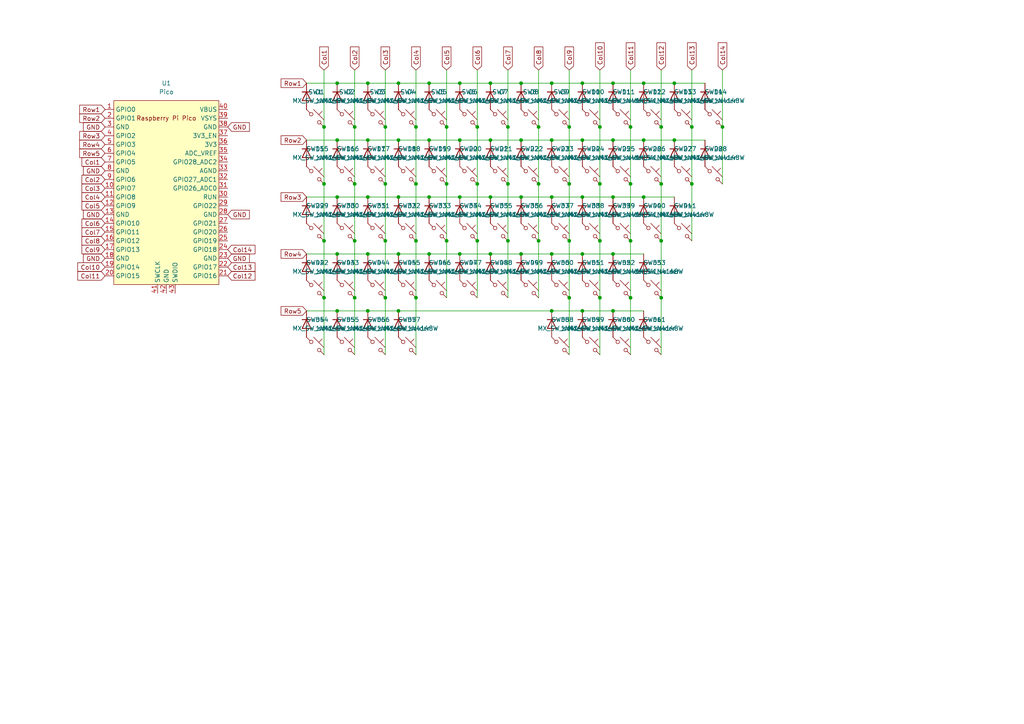
<source format=kicad_sch>
(kicad_sch (version 20211123) (generator eeschema)
  (paper "A4")
  (lib_symbols
    (symbol "Diode:1N4148W" (pin_numbers hide) (pin_names hide)
      (property "Reference" "D" (at 0 2.54 0))
      (property "Value" "1N4148W" (at 0 -2.54 0))
      (symbol "1N4148W_1_1"
        (pin passive line (at -3.81 0 0) (length 2.54) (name "K") (number "1"))
        (pin passive line (at 3.81 0 180) (length 2.54) (name "A") (number "2"))
      )
    )
    (symbol "MCU_RaspberryPi_and_Boards:Pico"
      (property "Reference" "U" (at -13.97 27.94 0))
      (property "Value" "Pico" (at 0 19.05 0))
      (symbol "Pico_0_0"
        (text "Raspberry Pi Pico" (at 0 21.59 0) (effects (font (size 1.27 1.27))))
      )
      (symbol "Pico_1_1"
        (pin bidirectional line (at -17.78 24.13 0) (length 2.54) (name "GPIO0") (number "1"))
        (pin bidirectional line (at -17.78 1.27 0) (length 2.54) (name "GPIO7") (number "10"))
        (pin bidirectional line (at -17.78 -1.27 0) (length 2.54) (name "GPIO8") (number "11"))
        (pin bidirectional line (at -17.78 -3.81 0) (length 2.54) (name "GPIO9") (number "12"))
        (pin power_in line (at -17.78 -6.35 0) (length 2.54) (name "GND") (number "13"))
        (pin bidirectional line (at -17.78 -8.89 0) (length 2.54) (name "GPIO10") (number "14"))
        (pin bidirectional line (at -17.78 -11.43 0) (length 2.54) (name "GPIO11") (number "15"))
        (pin bidirectional line (at -17.78 -13.97 0) (length 2.54) (name "GPIO12") (number "16"))
        (pin bidirectional line (at -17.78 -16.51 0) (length 2.54) (name "GPIO13") (number "17"))
        (pin power_in line (at -17.78 -19.05 0) (length 2.54) (name "GND") (number "18"))
        (pin bidirectional line (at -17.78 -21.59 0) (length 2.54) (name "GPIO14") (number "19"))
        (pin bidirectional line (at -17.78 21.59 0) (length 2.54) (name "GPIO1") (number "2"))
        (pin bidirectional line (at -17.78 -24.13 0) (length 2.54) (name "GPIO15") (number "20"))
        (pin bidirectional line (at 17.78 -24.13 180) (length 2.54) (name "GPIO16") (number "21"))
        (pin bidirectional line (at 17.78 -21.59 180) (length 2.54) (name "GPIO17") (number "22"))
        (pin power_in line (at 17.78 -19.05 180) (length 2.54) (name "GND") (number "23"))
        (pin bidirectional line (at 17.78 -16.51 180) (length 2.54) (name "GPIO18") (number "24"))
        (pin bidirectional line (at 17.78 -13.97 180) (length 2.54) (name "GPIO19") (number "25"))
        (pin bidirectional line (at 17.78 -11.43 180) (length 2.54) (name "GPIO20") (number "26"))
        (pin bidirectional line (at 17.78 -8.89 180) (length 2.54) (name "GPIO21") (number "27"))
        (pin power_in line (at 17.78 -6.35 180) (length 2.54) (name "GND") (number "28"))
        (pin bidirectional line (at 17.78 -3.81 180) (length 2.54) (name "GPIO22") (number "29"))
        (pin power_in line (at -17.78 19.05 0) (length 2.54) (name "GND") (number "3"))
        (pin input line (at 17.78 -1.27 180) (length 2.54) (name "RUN") (number "30"))
        (pin bidirectional line (at 17.78 1.27 180) (length 2.54) (name "GPIO26_ADC0") (number "31"))
        (pin bidirectional line (at 17.78 3.81 180) (length 2.54) (name "GPIO27_ADC1") (number "32"))
        (pin power_in line (at 17.78 6.35 180) (length 2.54) (name "AGND") (number "33"))
        (pin bidirectional line (at 17.78 8.89 180) (length 2.54) (name "GPIO28_ADC2") (number "34"))
        (pin power_in line (at 17.78 11.43 180) (length 2.54) (name "ADC_VREF") (number "35"))
        (pin power_in line (at 17.78 13.97 180) (length 2.54) (name "3V3") (number "36"))
        (pin input line (at 17.78 16.51 180) (length 2.54) (name "3V3_EN") (number "37"))
        (pin bidirectional line (at 17.78 19.05 180) (length 2.54) (name "GND") (number "38"))
        (pin power_in line (at 17.78 21.59 180) (length 2.54) (name "VSYS") (number "39"))
        (pin bidirectional line (at -17.78 16.51 0) (length 2.54) (name "GPIO2") (number "4"))
        (pin power_in line (at 17.78 24.13 180) (length 2.54) (name "VBUS") (number "40"))
        (pin input line (at -2.54 -29.21 90) (length 2.54) (name "SWCLK") (number "41"))
        (pin power_in line (at 0 -29.21 90) (length 2.54) (name "GND") (number "42"))
        (pin bidirectional line (at 2.54 -29.21 90) (length 2.54) (name "SWDIO") (number "43"))
        (pin bidirectional line (at -17.78 13.97 0) (length 2.54) (name "GPIO3") (number "5"))
        (pin bidirectional line (at -17.78 11.43 0) (length 2.54) (name "GPIO4") (number "6"))
        (pin bidirectional line (at -17.78 8.89 0) (length 2.54) (name "GPIO5") (number "7"))
        (pin power_in line (at -17.78 6.35 0) (length 2.54) (name "GND") (number "8"))
        (pin bidirectional line (at -17.78 3.81 0) (length 2.54) (name "GPIO6") (number "9"))
      )
    )
    (symbol "marbastlib-mx:MX_SW_solder" (pin_numbers hide) (pin_names (offset 1.016) hide)
      (property "Reference" "SW" (at 3.048 1.016 0))
      (property "Value" "MX_SW_solder" (at 0 -3.81 0))
      (symbol "MX_SW_solder_0_1"
        (pin passive line (at -2.54 2.54 0) (length 0) (name "1") (number "1"))
        (pin passive line (at 2.54 -2.54 180) (length 0) (name "2") (number "2"))
      )
    )
  )
  (junction (at 102.87 53.34))
  (junction (at 120.65 86.36))
  (junction (at 142.24 40.64))
  (junction (at 129.54 69.85))
  (junction (at 138.43 69.85))
  (junction (at 195.58 40.64))
  (junction (at 165.1 69.85))
  (junction (at 209.55 36.83))
  (junction (at 133.35 57.15))
  (junction (at 151.13 40.64))
  (junction (at 165.1 53.34))
  (junction (at 165.1 36.83))
  (junction (at 156.21 69.85))
  (junction (at 191.77 86.36))
  (junction (at 115.57 24.13))
  (junction (at 156.21 36.83))
  (junction (at 124.46 73.66))
  (junction (at 111.76 86.36))
  (junction (at 151.13 57.15))
  (junction (at 106.68 90.17))
  (junction (at 97.79 90.17))
  (junction (at 182.88 69.85))
  (junction (at 138.43 53.34))
  (junction (at 97.79 57.15))
  (junction (at 129.54 53.34))
  (junction (at 168.91 24.13))
  (junction (at 102.87 36.83))
  (junction (at 173.99 69.85))
  (junction (at 133.35 73.66))
  (junction (at 97.79 73.66))
  (junction (at 147.32 69.85))
  (junction (at 168.91 40.64))
  (junction (at 151.13 73.66))
  (junction (at 133.35 24.13))
  (junction (at 165.1 86.36))
  (junction (at 186.69 40.64))
  (junction (at 93.98 36.83))
  (junction (at 156.21 53.34))
  (junction (at 120.65 36.83))
  (junction (at 147.32 36.83))
  (junction (at 124.46 24.13))
  (junction (at 133.35 40.64))
  (junction (at 177.8 73.66))
  (junction (at 191.77 53.34))
  (junction (at 173.99 36.83))
  (junction (at 93.98 86.36))
  (junction (at 106.68 57.15))
  (junction (at 177.8 40.64))
  (junction (at 200.66 53.34))
  (junction (at 186.69 24.13))
  (junction (at 124.46 57.15))
  (junction (at 142.24 24.13))
  (junction (at 142.24 73.66))
  (junction (at 102.87 69.85))
  (junction (at 177.8 57.15))
  (junction (at 111.76 36.83))
  (junction (at 120.65 53.34))
  (junction (at 115.57 40.64))
  (junction (at 102.87 86.36))
  (junction (at 160.02 90.17))
  (junction (at 168.91 57.15))
  (junction (at 168.91 73.66))
  (junction (at 160.02 57.15))
  (junction (at 182.88 36.83))
  (junction (at 151.13 24.13))
  (junction (at 142.24 57.15))
  (junction (at 93.98 53.34))
  (junction (at 200.66 36.83))
  (junction (at 106.68 40.64))
  (junction (at 173.99 53.34))
  (junction (at 182.88 86.36))
  (junction (at 97.79 40.64))
  (junction (at 195.58 24.13))
  (junction (at 168.91 90.17))
  (junction (at 111.76 53.34))
  (junction (at 129.54 36.83))
  (junction (at 147.32 53.34))
  (junction (at 177.8 24.13))
  (junction (at 115.57 73.66))
  (junction (at 124.46 40.64))
  (junction (at 115.57 90.17))
  (junction (at 182.88 53.34))
  (junction (at 177.8 90.17))
  (junction (at 191.77 69.85))
  (junction (at 160.02 73.66))
  (junction (at 160.02 24.13))
  (junction (at 106.68 24.13))
  (junction (at 173.99 86.36))
  (junction (at 138.43 36.83))
  (junction (at 111.76 69.85))
  (junction (at 115.57 57.15))
  (junction (at 93.98 69.85))
  (junction (at 106.68 73.66))
  (junction (at 120.65 69.85))
  (junction (at 191.77 36.83))
  (junction (at 97.79 24.13))
  (junction (at 186.69 57.15))
  (junction (at 160.02 40.64))
  (wire (pts (xy 124.46 73.66) (xy 133.35 73.66)))
  (wire (pts (xy 88.9 24.13) (xy 97.79 24.13)))
  (wire (pts (xy 106.68 40.64) (xy 115.57 40.64)))
  (wire (pts (xy 93.98 20.32) (xy 93.98 36.83)))
  (wire (pts (xy 97.79 24.13) (xy 106.68 24.13)))
  (wire (pts (xy 182.88 69.85) (xy 182.88 86.36)))
  (wire (pts (xy 165.1 36.83) (xy 165.1 53.34)))
  (wire (pts (xy 147.32 69.85) (xy 147.32 86.36)))
  (wire (pts (xy 173.99 53.34) (xy 173.99 69.85)))
  (wire (pts (xy 138.43 69.85) (xy 138.43 86.36)))
  (wire (pts (xy 156.21 53.34) (xy 156.21 69.85)))
  (wire (pts (xy 151.13 57.15) (xy 160.02 57.15)))
  (wire (pts (xy 177.8 90.17) (xy 186.69 90.17)))
  (wire (pts (xy 88.9 73.66) (xy 97.79 73.66)))
  (wire (pts (xy 129.54 53.34) (xy 129.54 69.85)))
  (wire (pts (xy 88.9 40.64) (xy 97.79 40.64)))
  (wire (pts (xy 173.99 69.85) (xy 173.99 86.36)))
  (wire (pts (xy 138.43 53.34) (xy 138.43 69.85)))
  (wire (pts (xy 156.21 20.32) (xy 156.21 36.83)))
  (wire (pts (xy 186.69 40.64) (xy 195.58 40.64)))
  (wire (pts (xy 191.77 53.34) (xy 191.77 69.85)))
  (wire (pts (xy 129.54 36.83) (xy 129.54 53.34)))
  (wire (pts (xy 133.35 24.13) (xy 142.24 24.13)))
  (wire (pts (xy 138.43 20.32) (xy 138.43 36.83)))
  (wire (pts (xy 147.32 36.83) (xy 147.32 53.34)))
  (wire (pts (xy 142.24 57.15) (xy 151.13 57.15)))
  (wire (pts (xy 93.98 69.85) (xy 93.98 86.36)))
  (wire (pts (xy 102.87 69.85) (xy 102.87 86.36)))
  (wire (pts (xy 120.65 69.85) (xy 120.65 86.36)))
  (wire (pts (xy 182.88 20.32) (xy 182.88 36.83)))
  (wire (pts (xy 168.91 90.17) (xy 177.8 90.17)))
  (wire (pts (xy 111.76 86.36) (xy 111.76 102.87)))
  (wire (pts (xy 165.1 53.34) (xy 165.1 69.85)))
  (wire (pts (xy 115.57 57.15) (xy 124.46 57.15)))
  (wire (pts (xy 195.58 24.13) (xy 204.47 24.13)))
  (wire (pts (xy 186.69 57.15) (xy 195.58 57.15)))
  (wire (pts (xy 97.79 57.15) (xy 106.68 57.15)))
  (wire (pts (xy 120.65 20.32) (xy 120.65 36.83)))
  (wire (pts (xy 106.68 73.66) (xy 115.57 73.66)))
  (wire (pts (xy 160.02 73.66) (xy 168.91 73.66)))
  (wire (pts (xy 115.57 90.17) (xy 160.02 90.17)))
  (wire (pts (xy 168.91 24.13) (xy 177.8 24.13)))
  (wire (pts (xy 124.46 40.64) (xy 133.35 40.64)))
  (wire (pts (xy 200.66 20.32) (xy 200.66 36.83)))
  (wire (pts (xy 209.55 20.32) (xy 209.55 36.83)))
  (wire (pts (xy 120.65 86.36) (xy 120.65 102.87)))
  (wire (pts (xy 88.9 90.17) (xy 97.79 90.17)))
  (wire (pts (xy 160.02 57.15) (xy 168.91 57.15)))
  (wire (pts (xy 186.69 24.13) (xy 195.58 24.13)))
  (wire (pts (xy 165.1 20.32) (xy 165.1 36.83)))
  (wire (pts (xy 93.98 86.36) (xy 93.98 102.87)))
  (wire (pts (xy 115.57 24.13) (xy 124.46 24.13)))
  (wire (pts (xy 106.68 24.13) (xy 115.57 24.13)))
  (wire (pts (xy 156.21 69.85) (xy 156.21 86.36)))
  (wire (pts (xy 209.55 36.83) (xy 209.55 53.34)))
  (wire (pts (xy 111.76 36.83) (xy 111.76 53.34)))
  (wire (pts (xy 106.68 57.15) (xy 115.57 57.15)))
  (wire (pts (xy 151.13 40.64) (xy 160.02 40.64)))
  (wire (pts (xy 120.65 53.34) (xy 120.65 69.85)))
  (wire (pts (xy 173.99 86.36) (xy 173.99 102.87)))
  (wire (pts (xy 129.54 69.85) (xy 129.54 86.36)))
  (wire (pts (xy 182.88 36.83) (xy 182.88 53.34)))
  (wire (pts (xy 133.35 57.15) (xy 142.24 57.15)))
  (wire (pts (xy 191.77 69.85) (xy 191.77 86.36)))
  (wire (pts (xy 151.13 73.66) (xy 160.02 73.66)))
  (wire (pts (xy 97.79 40.64) (xy 106.68 40.64)))
  (wire (pts (xy 111.76 53.34) (xy 111.76 69.85)))
  (wire (pts (xy 200.66 53.34) (xy 200.66 69.85)))
  (wire (pts (xy 182.88 53.34) (xy 182.88 69.85)))
  (wire (pts (xy 102.87 53.34) (xy 102.87 69.85)))
  (wire (pts (xy 142.24 40.64) (xy 151.13 40.64)))
  (wire (pts (xy 93.98 36.83) (xy 93.98 53.34)))
  (wire (pts (xy 106.68 90.17) (xy 115.57 90.17)))
  (wire (pts (xy 191.77 36.83) (xy 191.77 53.34)))
  (wire (pts (xy 177.8 24.13) (xy 186.69 24.13)))
  (wire (pts (xy 124.46 57.15) (xy 133.35 57.15)))
  (wire (pts (xy 168.91 57.15) (xy 177.8 57.15)))
  (wire (pts (xy 102.87 20.32) (xy 102.87 36.83)))
  (wire (pts (xy 160.02 24.13) (xy 168.91 24.13)))
  (wire (pts (xy 102.87 86.36) (xy 102.87 102.87)))
  (wire (pts (xy 133.35 40.64) (xy 142.24 40.64)))
  (wire (pts (xy 147.32 53.34) (xy 147.32 69.85)))
  (wire (pts (xy 147.32 20.32) (xy 147.32 36.83)))
  (wire (pts (xy 173.99 20.32) (xy 173.99 36.83)))
  (wire (pts (xy 177.8 57.15) (xy 186.69 57.15)))
  (wire (pts (xy 97.79 73.66) (xy 106.68 73.66)))
  (wire (pts (xy 195.58 40.64) (xy 204.47 40.64)))
  (wire (pts (xy 88.9 57.15) (xy 97.79 57.15)))
  (wire (pts (xy 138.43 36.83) (xy 138.43 53.34)))
  (wire (pts (xy 142.24 24.13) (xy 151.13 24.13)))
  (wire (pts (xy 160.02 90.17) (xy 168.91 90.17)))
  (wire (pts (xy 165.1 86.36) (xy 165.1 102.87)))
  (wire (pts (xy 124.46 24.13) (xy 133.35 24.13)))
  (wire (pts (xy 182.88 86.36) (xy 182.88 102.87)))
  (wire (pts (xy 165.1 69.85) (xy 165.1 86.36)))
  (wire (pts (xy 160.02 40.64) (xy 168.91 40.64)))
  (wire (pts (xy 120.65 36.83) (xy 120.65 53.34)))
  (wire (pts (xy 168.91 73.66) (xy 177.8 73.66)))
  (wire (pts (xy 168.91 40.64) (xy 177.8 40.64)))
  (wire (pts (xy 177.8 73.66) (xy 186.69 73.66)))
  (wire (pts (xy 151.13 24.13) (xy 160.02 24.13)))
  (wire (pts (xy 97.79 90.17) (xy 106.68 90.17)))
  (wire (pts (xy 156.21 36.83) (xy 156.21 53.34)))
  (wire (pts (xy 115.57 73.66) (xy 124.46 73.66)))
  (wire (pts (xy 191.77 20.32) (xy 191.77 36.83)))
  (wire (pts (xy 191.77 86.36) (xy 191.77 102.87)))
  (wire (pts (xy 102.87 36.83) (xy 102.87 53.34)))
  (wire (pts (xy 173.99 36.83) (xy 173.99 53.34)))
  (wire (pts (xy 133.35 73.66) (xy 142.24 73.66)))
  (wire (pts (xy 93.98 53.34) (xy 93.98 69.85)))
  (wire (pts (xy 142.24 73.66) (xy 151.13 73.66)))
  (wire (pts (xy 200.66 36.83) (xy 200.66 53.34)))
  (wire (pts (xy 111.76 69.85) (xy 111.76 86.36)))
  (wire (pts (xy 115.57 40.64) (xy 124.46 40.64)))
  (wire (pts (xy 177.8 40.64) (xy 186.69 40.64)))
  (wire (pts (xy 111.76 20.32) (xy 111.76 36.83)))
  (wire (pts (xy 129.54 20.32) (xy 129.54 36.83)))
  (global_label "GND" (shape input) (at 66.04 74.93 0) (property "Intersheet References" "${INTERSHEET_REFS}" (effects hide)))
  (global_label "Col1" (shape input) (at 93.98 20.32 90) (property "Intersheet References" "${INTERSHEET_REFS}" (effects hide)))
  (global_label "Row1" (shape input) (at 88.9 24.13 180) (property "Intersheet References" "${INTERSHEET_REFS}" (effects hide)))
  (global_label "Col12" (shape input) (at 66.04 80.01 0) (property "Intersheet References" "${INTERSHEET_REFS}" (effects hide)))
  (global_label "GND" (shape input) (at 30.48 36.83 180) (property "Intersheet References" "${INTERSHEET_REFS}" (effects hide)))
  (global_label "Row4" (shape input) (at 88.9 73.66 180) (property "Intersheet References" "${INTERSHEET_REFS}" (effects hide)))
  (global_label "Col2" (shape input) (at 30.48 52.07 180) (property "Intersheet References" "${INTERSHEET_REFS}" (effects hide)))
  (global_label "Col5" (shape input) (at 30.48 59.69 180) (property "Intersheet References" "${INTERSHEET_REFS}" (effects hide)))
  (global_label "Col8" (shape input) (at 156.21 20.32 90) (property "Intersheet References" "${INTERSHEET_REFS}" (effects hide)))
  (global_label "Col7" (shape input) (at 30.48 67.31 180) (property "Intersheet References" "${INTERSHEET_REFS}" (effects hide)))
  (global_label "Col4" (shape input) (at 30.48 57.15 180) (property "Intersheet References" "${INTERSHEET_REFS}" (effects hide)))
  (global_label "Col14" (shape input) (at 209.55 20.32 90) (property "Intersheet References" "${INTERSHEET_REFS}" (effects hide)))
  (global_label "Col2" (shape input) (at 102.87 20.32 90) (property "Intersheet References" "${INTERSHEET_REFS}" (effects hide)))
  (global_label "GND" (shape input) (at 66.04 62.23 0) (property "Intersheet References" "${INTERSHEET_REFS}" (effects hide)))
  (global_label "Col14" (shape input) (at 66.04 72.39 0) (property "Intersheet References" "${INTERSHEET_REFS}" (effects hide)))
  (global_label "GND" (shape input) (at 30.48 62.23 180) (property "Intersheet References" "${INTERSHEET_REFS}" (effects hide)))
  (global_label "Col3" (shape input) (at 30.48 54.61 180) (property "Intersheet References" "${INTERSHEET_REFS}" (effects hide)))
  (global_label "Row3" (shape input) (at 30.48 39.37 180) (property "Intersheet References" "${INTERSHEET_REFS}" (effects hide)))
  (global_label "Row5" (shape input) (at 30.48 44.45 180) (property "Intersheet References" "${INTERSHEET_REFS}" (effects hide)))
  (global_label "Row2" (shape input) (at 88.9 40.64 180) (property "Intersheet References" "${INTERSHEET_REFS}" (effects hide)))
  (global_label "Col3" (shape input) (at 111.76 20.32 90) (property "Intersheet References" "${INTERSHEET_REFS}" (effects hide)))
  (global_label "Col6" (shape input) (at 138.43 20.32 90) (property "Intersheet References" "${INTERSHEET_REFS}" (effects hide)))
  (global_label "Row5" (shape input) (at 88.9 90.17 180) (property "Intersheet References" "${INTERSHEET_REFS}" (effects hide)))
  (global_label "Col4" (shape input) (at 120.65 20.32 90) (property "Intersheet References" "${INTERSHEET_REFS}" (effects hide)))
  (global_label "Col11" (shape input) (at 182.88 20.32 90) (property "Intersheet References" "${INTERSHEET_REFS}" (effects hide)))
  (global_label "GND" (shape input) (at 30.48 74.93 180) (property "Intersheet References" "${INTERSHEET_REFS}" (effects hide)))
  (global_label "Col5" (shape input) (at 129.54 20.32 90) (property "Intersheet References" "${INTERSHEET_REFS}" (effects hide)))
  (global_label "Col12" (shape input) (at 191.77 20.32 90) (property "Intersheet References" "${INTERSHEET_REFS}" (effects hide)))
  (global_label "Col10" (shape input) (at 30.48 77.47 180) (property "Intersheet References" "${INTERSHEET_REFS}" (effects hide)))
  (global_label "Col9" (shape input) (at 165.1 20.32 90) (property "Intersheet References" "${INTERSHEET_REFS}" (effects hide)))
  (global_label "Col11" (shape input) (at 30.48 80.01 180) (property "Intersheet References" "${INTERSHEET_REFS}" (effects hide)))
  (global_label "Col1" (shape input) (at 30.48 46.99 180) (property "Intersheet References" "${INTERSHEET_REFS}" (effects hide)))
  (global_label "Col13" (shape input) (at 66.04 77.47 0) (property "Intersheet References" "${INTERSHEET_REFS}" (effects hide)))
  (global_label "Col10" (shape input) (at 173.99 20.32 90) (property "Intersheet References" "${INTERSHEET_REFS}" (effects hide)))
  (global_label "GND" (shape input) (at 66.04 36.83 0) (property "Intersheet References" "${INTERSHEET_REFS}" (effects hide)))
  (global_label "Col9" (shape input) (at 30.48 72.39 180) (property "Intersheet References" "${INTERSHEET_REFS}" (effects hide)))
  (global_label "Col13" (shape input) (at 200.66 20.32 90) (property "Intersheet References" "${INTERSHEET_REFS}" (effects hide)))
  (global_label "Col6" (shape input) (at 30.48 64.77 180) (property "Intersheet References" "${INTERSHEET_REFS}" (effects hide)))
  (global_label "Col7" (shape input) (at 147.32 20.32 90) (property "Intersheet References" "${INTERSHEET_REFS}" (effects hide)))
  (global_label "Row2" (shape input) (at 30.48 34.29 180) (property "Intersheet References" "${INTERSHEET_REFS}" (effects hide)))
  (global_label "GND" (shape input) (at 30.48 49.53 180) (property "Intersheet References" "${INTERSHEET_REFS}" (effects hide)))
  (global_label "Row3" (shape input) (at 88.9 57.15 180) (property "Intersheet References" "${INTERSHEET_REFS}" (effects hide)))
  (global_label "Col8" (shape input) (at 30.48 69.85 180) (property "Intersheet References" "${INTERSHEET_REFS}" (effects hide)))
  (global_label "Row4" (shape input) (at 30.48 41.91 180) (property "Intersheet References" "${INTERSHEET_REFS}" (effects hide)))
  (global_label "Row1" (shape input) (at 30.48 31.75 180) (property "Intersheet References" "${INTERSHEET_REFS}" (effects hide)))
  (symbol (lib_id "Diode:1N4148W") (at 142.24 60.96 270) (unit 1)
    (property "Reference" "D35" (at 144.78 59.6899 90) (effects (justify left)))
    (property "Value" "1N4148W" (at 144.78 62.2299 90) (effects (justify left)))
    (property "Footprint" "Diode_SMD:D_SOD-123" (effects hide))
    (property "Datasheet" "https://www.vishay.com/docs/85748/1n4148w.pdf" (effects hide))
  )
  (symbol (lib_id "marbastlib-mx:MX_SW_solder") (at 189.23 100.33 0) (unit 1)
    (property "Reference" "SW61" (at 189.23 92.71 0))
    (property "Value" "MX_SW_solder" (at 189.23 95.25 0))
    (property "Footprint" "marbastlib-mx:SW_MX_1.25u" (effects hide))
  )
  (symbol (lib_id "marbastlib-mx:MX_SW_solder") (at 100.33 100.33 0) (unit 1)
    (property "Reference" "SW55" (at 100.33 92.71 0))
    (property "Value" "MX_SW_solder" (at 100.33 95.25 0))
    (property "Footprint" "marbastlib-mx:SW_MX_1.25u" (effects hide))
  )
  (symbol (lib_id "Diode:1N4148W") (at 124.46 27.94 270) (unit 1)
    (property "Reference" "D5" (at 127 26.6699 90) (effects (justify left)))
    (property "Value" "1N4148W" (at 127 29.2099 90) (effects (justify left)))
    (property "Footprint" "Diode_SMD:D_SOD-123" (effects hide))
    (property "Datasheet" "https://www.vishay.com/docs/85748/1n4148w.pdf" (effects hide))
  )
  (symbol (lib_id "marbastlib-mx:MX_SW_solder") (at 127 83.82 0) (unit 1)
    (property "Reference" "SW46" (at 127 76.2 0))
    (property "Value" "MX_SW_solder" (at 127 78.74 0))
    (property "Footprint" "marbastlib-mx:SW_MX_1u" (effects hide))
  )
  (symbol (lib_id "Diode:1N4148W") (at 168.91 77.47 270) (unit 1)
    (property "Reference" "D51" (at 171.45 76.1999 90) (effects (justify left)))
    (property "Value" "1N4148W" (at 171.45 78.7399 90) (effects (justify left)))
    (property "Footprint" "Diode_SMD:D_SOD-123" (effects hide))
    (property "Datasheet" "https://www.vishay.com/docs/85748/1n4148w.pdf" (effects hide))
  )
  (symbol (lib_id "marbastlib-mx:MX_SW_solder") (at 127 34.29 0) (unit 1)
    (property "Reference" "SW5" (at 127 26.67 0))
    (property "Value" "MX_SW_solder" (at 127 29.21 0))
    (property "Footprint" "marbastlib-mx:SW_MX_1u" (effects hide))
  )
  (symbol (lib_id "marbastlib-mx:MX_SW_solder") (at 171.45 100.33 0) (unit 1)
    (property "Reference" "SW59" (at 171.45 92.71 0))
    (property "Value" "MX_SW_solder" (at 171.45 95.25 0))
    (property "Footprint" "marbastlib-mx:SW_MX_1.25u" (effects hide))
  )
  (symbol (lib_id "marbastlib-mx:MX_SW_solder") (at 189.23 50.8 0) (unit 1)
    (property "Reference" "SW26" (at 189.23 43.18 0))
    (property "Value" "MX_SW_solder" (at 190.5 45.72 0))
    (property "Footprint" "marbastlib-mx:SW_MX_1u" (effects hide))
  )
  (symbol (lib_id "marbastlib-mx:MX_SW_solder") (at 135.89 83.82 0) (unit 1)
    (property "Reference" "SW47" (at 135.89 76.2 0))
    (property "Value" "MX_SW_solder" (at 135.89 78.74 0))
    (property "Footprint" "marbastlib-mx:SW_MX_1u" (effects hide))
  )
  (symbol (lib_id "marbastlib-mx:MX_SW_solder") (at 198.12 67.31 0) (unit 1)
    (property "Reference" "SW41" (at 198.12 59.69 0))
    (property "Value" "MX_SW_solder" (at 198.12 62.23 0))
    (property "Footprint" "marbastlib-mx:SW_MX_1u" (effects hide))
  )
  (symbol (lib_id "marbastlib-mx:MX_SW_solder") (at 144.78 50.8 0) (unit 1)
    (property "Reference" "SW21" (at 144.78 43.18 0))
    (property "Value" "MX_SW_solder" (at 144.78 45.72 0))
    (property "Footprint" "marbastlib-mx:SW_MX_1u" (effects hide))
  )
  (symbol (lib_id "marbastlib-mx:MX_SW_solder") (at 207.01 34.29 0) (unit 1)
    (property "Reference" "SW14" (at 207.01 26.67 0))
    (property "Value" "MX_SW_solder" (at 207.01 29.21 0))
    (property "Footprint" "marbastlib-mx:SW_MX_1u" (effects hide))
  )
  (symbol (lib_id "marbastlib-mx:MX_SW_solder") (at 162.56 100.33 0) (unit 1)
    (property "Reference" "SW58" (at 162.56 92.71 0))
    (property "Value" "MX_SW_solder" (at 162.56 95.25 0))
    (property "Footprint" "marbastlib-mx:SW_MX_1.25u" (effects hide))
  )
  (symbol (lib_id "Diode:1N4148W") (at 160.02 44.45 270) (unit 1)
    (property "Reference" "D23" (at 162.56 43.1799 90) (effects (justify left)))
    (property "Value" "1N4148W" (at 162.56 45.7199 90) (effects (justify left)))
    (property "Footprint" "Diode_SMD:D_SOD-123" (effects hide))
    (property "Datasheet" "https://www.vishay.com/docs/85748/1n4148w.pdf" (effects hide))
  )
  (symbol (lib_id "marbastlib-mx:MX_SW_solder") (at 109.22 100.33 0) (unit 1)
    (property "Reference" "SW56" (at 109.22 92.71 0))
    (property "Value" "MX_SW_solder" (at 109.22 95.25 0))
    (property "Footprint" "marbastlib-mx:SW_MX_1.25u" (effects hide))
  )
  (symbol (lib_id "marbastlib-mx:MX_SW_solder") (at 100.33 34.29 0) (unit 1)
    (property "Reference" "SW2" (at 100.33 26.67 0))
    (property "Value" "MX_SW_solder" (at 100.33 29.21 0))
    (property "Footprint" "marbastlib-mx:SW_MX_1u" (effects hide))
  )
  (symbol (lib_id "Diode:1N4148W") (at 106.68 60.96 270) (unit 1)
    (property "Reference" "D31" (at 109.22 59.6899 90) (effects (justify left)))
    (property "Value" "1N4148W" (at 109.22 62.2299 90) (effects (justify left)))
    (property "Footprint" "Diode_SMD:D_SOD-123" (effects hide))
    (property "Datasheet" "https://www.vishay.com/docs/85748/1n4148w.pdf" (effects hide))
  )
  (symbol (lib_id "Diode:1N4148W") (at 142.24 77.47 270) (unit 1)
    (property "Reference" "D48" (at 144.78 76.1999 90) (effects (justify left)))
    (property "Value" "1N4148W" (at 144.78 78.7399 90) (effects (justify left)))
    (property "Footprint" "Diode_SMD:D_SOD-123" (effects hide))
    (property "Datasheet" "https://www.vishay.com/docs/85748/1n4148w.pdf" (effects hide))
  )
  (symbol (lib_id "marbastlib-mx:MX_SW_solder") (at 127 67.31 0) (unit 1)
    (property "Reference" "SW33" (at 127 59.69 0))
    (property "Value" "MX_SW_solder" (at 127 62.23 0))
    (property "Footprint" "marbastlib-mx:SW_MX_1u" (effects hide))
  )
  (symbol (lib_id "Diode:1N4148W") (at 177.8 27.94 270) (unit 1)
    (property "Reference" "D11" (at 180.34 26.6699 90) (effects (justify left)))
    (property "Value" "1N4148W" (at 180.34 29.2099 90) (effects (justify left)))
    (property "Footprint" "Diode_SMD:D_SOD-123" (effects hide))
    (property "Datasheet" "https://www.vishay.com/docs/85748/1n4148w.pdf" (effects hide))
  )
  (symbol (lib_id "MCU_RaspberryPi_and_Boards:Pico") (at 48.26 55.88 0) (unit 1)
    (property "Reference" "U1" (at 48.26 24.13 0))
    (property "Value" "Pico" (at 48.26 26.67 0))
    (property "Footprint" "MCU_RaspberryPi_and_Boards:RPi_Pico_SMD_TH" (effects hide))
  )
  (symbol (lib_id "Diode:1N4148W") (at 106.68 77.47 270) (unit 1)
    (property "Reference" "D44" (at 109.22 76.1999 90) (effects (justify left)))
    (property "Value" "1N4148W" (at 109.22 78.7399 90) (effects (justify left)))
    (property "Footprint" "Diode_SMD:D_SOD-123" (effects hide))
    (property "Datasheet" "https://www.vishay.com/docs/85748/1n4148w.pdf" (effects hide))
  )
  (symbol (lib_id "marbastlib-mx:MX_SW_solder") (at 189.23 67.31 0) (unit 1)
    (property "Reference" "SW40" (at 189.23 59.69 0))
    (property "Value" "MX_SW_solder" (at 190.5 62.23 0))
    (property "Footprint" "marbastlib-mx:SW_MX_1u" (effects hide))
  )
  (symbol (lib_id "marbastlib-mx:MX_SW_solder") (at 118.11 34.29 0) (unit 1)
    (property "Reference" "SW4" (at 118.11 26.67 0))
    (property "Value" "MX_SW_solder" (at 118.11 29.21 0))
    (property "Footprint" "marbastlib-mx:SW_MX_1u" (effects hide))
  )
  (symbol (lib_id "Diode:1N4148W") (at 151.13 27.94 270) (unit 1)
    (property "Reference" "D8" (at 153.67 26.6699 90) (effects (justify left)))
    (property "Value" "1N4148W" (at 153.67 29.2099 90) (effects (justify left)))
    (property "Footprint" "Diode_SMD:D_SOD-123" (effects hide))
    (property "Datasheet" "https://www.vishay.com/docs/85748/1n4148w.pdf" (effects hide))
  )
  (symbol (lib_id "Diode:1N4148W") (at 115.57 77.47 270) (unit 1)
    (property "Reference" "D45" (at 118.11 76.1999 90) (effects (justify left)))
    (property "Value" "1N4148W" (at 118.11 78.7399 90) (effects (justify left)))
    (property "Footprint" "Diode_SMD:D_SOD-123" (effects hide))
    (property "Datasheet" "https://www.vishay.com/docs/85748/1n4148w.pdf" (effects hide))
  )
  (symbol (lib_id "marbastlib-mx:MX_SW_solder") (at 171.45 83.82 0) (unit 1)
    (property "Reference" "SW51" (at 171.45 76.2 0))
    (property "Value" "MX_SW_solder" (at 171.45 78.74 0))
    (property "Footprint" "marbastlib-mx:SW_MX_1u" (effects hide))
  )
  (symbol (lib_id "marbastlib-mx:MX_SW_solder") (at 189.23 83.82 0) (unit 1)
    (property "Reference" "SW53" (at 189.23 76.2 0))
    (property "Value" "MX_SW_solder" (at 190.5 78.74 0))
    (property "Footprint" "marbastlib-mx:SW_MX_1u" (effects hide))
  )
  (symbol (lib_id "marbastlib-mx:MX_SW_solder") (at 171.45 50.8 0) (unit 1)
    (property "Reference" "SW24" (at 171.45 43.18 0))
    (property "Value" "MX_SW_solder" (at 171.45 45.72 0))
    (property "Footprint" "marbastlib-mx:SW_MX_1u" (effects hide))
  )
  (symbol (lib_id "Diode:1N4148W") (at 115.57 93.98 270) (unit 1)
    (property "Reference" "D57" (at 118.11 92.7099 90) (effects (justify left)))
    (property "Value" "1N4148W" (at 118.11 95.2499 90) (effects (justify left)))
    (property "Footprint" "Diode_SMD:D_SOD-123" (effects hide))
    (property "Datasheet" "https://www.vishay.com/docs/85748/1n4148w.pdf" (effects hide))
  )
  (symbol (lib_id "marbastlib-mx:MX_SW_solder") (at 162.56 34.29 0) (unit 1)
    (property "Reference" "SW9" (at 162.56 26.67 0))
    (property "Value" "MX_SW_solder" (at 162.56 29.21 0))
    (property "Footprint" "marbastlib-mx:SW_MX_1u" (effects hide))
  )
  (symbol (lib_id "Diode:1N4148W") (at 97.79 60.96 270) (unit 1)
    (property "Reference" "D30" (at 100.33 59.6899 90) (effects (justify left)))
    (property "Value" "1N4148W" (at 100.33 62.2299 90) (effects (justify left)))
    (property "Footprint" "Diode_SMD:D_SOD-123" (effects hide))
    (property "Datasheet" "https://www.vishay.com/docs/85748/1n4148w.pdf" (effects hide))
  )
  (symbol (lib_id "marbastlib-mx:MX_SW_solder") (at 180.34 67.31 0) (unit 1)
    (property "Reference" "SW39" (at 180.34 59.69 0))
    (property "Value" "MX_SW_solder" (at 180.34 62.23 0))
    (property "Footprint" "marbastlib-mx:SW_MX_1u" (effects hide))
  )
  (symbol (lib_id "marbastlib-mx:MX_SW_solder") (at 198.12 34.29 0) (unit 1)
    (property "Reference" "SW13" (at 198.12 26.67 0))
    (property "Value" "MX_SW_solder" (at 198.12 29.21 0))
    (property "Footprint" "marbastlib-mx:SW_MX_1u" (effects hide))
  )
  (symbol (lib_id "Diode:1N4148W") (at 160.02 77.47 270) (unit 1)
    (property "Reference" "D50" (at 162.56 76.1999 90) (effects (justify left)))
    (property "Value" "1N4148W" (at 162.56 78.7399 90) (effects (justify left)))
    (property "Footprint" "Diode_SMD:D_SOD-123" (effects hide))
    (property "Datasheet" "https://www.vishay.com/docs/85748/1n4148w.pdf" (effects hide))
  )
  (symbol (lib_id "marbastlib-mx:MX_SW_solder") (at 180.34 83.82 0) (unit 1)
    (property "Reference" "SW52" (at 180.34 76.2 0))
    (property "Value" "MX_SW_solder" (at 180.34 78.74 0))
    (property "Footprint" "marbastlib-mx:SW_MX_1u" (effects hide))
  )
  (symbol (lib_id "Diode:1N4148W") (at 177.8 44.45 270) (unit 1)
    (property "Reference" "D25" (at 180.34 43.1799 90) (effects (justify left)))
    (property "Value" "1N4148W" (at 180.34 45.7199 90) (effects (justify left)))
    (property "Footprint" "Diode_SMD:D_SOD-123" (effects hide))
    (property "Datasheet" "https://www.vishay.com/docs/85748/1n4148w.pdf" (effects hide))
  )
  (symbol (lib_id "Diode:1N4148W") (at 97.79 93.98 270) (unit 1)
    (property "Reference" "D55" (at 100.33 92.7099 90) (effects (justify left)))
    (property "Value" "1N4148W" (at 100.33 95.2499 90) (effects (justify left)))
    (property "Footprint" "Diode_SMD:D_SOD-123" (effects hide))
    (property "Datasheet" "https://www.vishay.com/docs/85748/1n4148w.pdf" (effects hide))
  )
  (symbol (lib_id "marbastlib-mx:MX_SW_solder") (at 100.33 83.82 0) (unit 1)
    (property "Reference" "SW43" (at 100.33 76.2 0))
    (property "Value" "MX_SW_solder" (at 100.33 78.74 0))
    (property "Footprint" "marbastlib-mx:SW_MX_1u" (effects hide))
  )
  (symbol (lib_id "Diode:1N4148W") (at 160.02 60.96 270) (unit 1)
    (property "Reference" "D37" (at 162.56 59.6899 90) (effects (justify left)))
    (property "Value" "1N4148W" (at 162.56 62.2299 90) (effects (justify left)))
    (property "Footprint" "Diode_SMD:D_SOD-123" (effects hide))
    (property "Datasheet" "https://www.vishay.com/docs/85748/1n4148w.pdf" (effects hide))
  )
  (symbol (lib_id "marbastlib-mx:MX_SW_solder") (at 109.22 50.8 0) (unit 1)
    (property "Reference" "SW17" (at 109.22 43.18 0))
    (property "Value" "MX_SW_solder" (at 109.22 45.72 0))
    (property "Footprint" "marbastlib-mx:SW_MX_1u" (effects hide))
  )
  (symbol (lib_id "marbastlib-mx:MX_SW_solder") (at 144.78 34.29 0) (unit 1)
    (property "Reference" "SW7" (at 144.78 26.67 0))
    (property "Value" "MX_SW_solder" (at 144.78 29.21 0))
    (property "Footprint" "marbastlib-mx:SW_MX_1u" (effects hide))
  )
  (symbol (lib_id "Diode:1N4148W") (at 97.79 77.47 270) (unit 1)
    (property "Reference" "D43" (at 100.33 76.1999 90) (effects (justify left)))
    (property "Value" "1N4148W" (at 100.33 78.7399 90) (effects (justify left)))
    (property "Footprint" "Diode_SMD:D_SOD-123" (effects hide))
    (property "Datasheet" "https://www.vishay.com/docs/85748/1n4148w.pdf" (effects hide))
  )
  (symbol (lib_id "Diode:1N4148W") (at 177.8 93.98 270) (unit 1)
    (property "Reference" "D60" (at 180.34 92.7099 90) (effects (justify left)))
    (property "Value" "1N4148W" (at 180.34 95.2499 90) (effects (justify left)))
    (property "Footprint" "Diode_SMD:D_SOD-123" (effects hide))
    (property "Datasheet" "https://www.vishay.com/docs/85748/1n4148w.pdf" (effects hide))
  )
  (symbol (lib_id "Diode:1N4148W") (at 97.79 44.45 270) (unit 1)
    (property "Reference" "D16" (at 100.33 43.1799 90) (effects (justify left)))
    (property "Value" "1N4148W" (at 100.33 45.7199 90) (effects (justify left)))
    (property "Footprint" "Diode_SMD:D_SOD-123" (effects hide))
    (property "Datasheet" "https://www.vishay.com/docs/85748/1n4148w.pdf" (effects hide))
  )
  (symbol (lib_id "marbastlib-mx:MX_SW_solder") (at 118.11 50.8 0) (unit 1)
    (property "Reference" "SW18" (at 118.11 43.18 0))
    (property "Value" "MX_SW_solder" (at 118.11 45.72 0))
    (property "Footprint" "marbastlib-mx:SW_MX_1u" (effects hide))
  )
  (symbol (lib_id "marbastlib-mx:MX_SW_solder") (at 135.89 50.8 0) (unit 1)
    (property "Reference" "SW20" (at 135.89 43.18 0))
    (property "Value" "MX_SW_solder" (at 135.89 45.72 0))
    (property "Footprint" "marbastlib-mx:SW_MX_1u" (effects hide))
  )
  (symbol (lib_id "marbastlib-mx:MX_SW_solder") (at 100.33 50.8 0) (unit 1)
    (property "Reference" "SW16" (at 100.33 43.18 0))
    (property "Value" "MX_SW_solder" (at 100.33 45.72 0))
    (property "Footprint" "marbastlib-mx:SW_MX_1u" (effects hide))
  )
  (symbol (lib_id "marbastlib-mx:MX_SW_solder") (at 180.34 50.8 0) (unit 1)
    (property "Reference" "SW25" (at 180.34 43.18 0))
    (property "Value" "MX_SW_solder" (at 180.34 45.72 0))
    (property "Footprint" "marbastlib-mx:SW_MX_1u" (effects hide))
  )
  (symbol (lib_id "Diode:1N4148W") (at 168.91 60.96 270) (unit 1)
    (property "Reference" "D38" (at 171.45 59.6899 90) (effects (justify left)))
    (property "Value" "1N4148W" (at 171.45 62.2299 90) (effects (justify left)))
    (property "Footprint" "Diode_SMD:D_SOD-123" (effects hide))
    (property "Datasheet" "https://www.vishay.com/docs/85748/1n4148w.pdf" (effects hide))
  )
  (symbol (lib_id "Diode:1N4148W") (at 168.91 27.94 270) (unit 1)
    (property "Reference" "D10" (at 171.45 26.6699 90) (effects (justify left)))
    (property "Value" "1N4148W" (at 171.45 29.2099 90) (effects (justify left)))
    (property "Footprint" "Diode_SMD:D_SOD-123" (effects hide))
    (property "Datasheet" "https://www.vishay.com/docs/85748/1n4148w.pdf" (effects hide))
  )
  (symbol (lib_id "Diode:1N4148W") (at 133.35 27.94 270) (unit 1)
    (property "Reference" "D6" (at 135.89 26.6699 90) (effects (justify left)))
    (property "Value" "1N4148W" (at 135.89 29.2099 90) (effects (justify left)))
    (property "Footprint" "Diode_SMD:D_SOD-123" (effects hide))
    (property "Datasheet" "https://www.vishay.com/docs/85748/1n4148w.pdf" (effects hide))
  )
  (symbol (lib_id "Diode:1N4148W") (at 186.69 77.47 270) (unit 1)
    (property "Reference" "D53" (at 189.23 76.1999 90) (effects (justify left)))
    (property "Value" "1N4148W" (at 189.23 78.7399 90) (effects (justify left)))
    (property "Footprint" "Diode_SMD:D_SOD-123" (effects hide))
    (property "Datasheet" "https://www.vishay.com/docs/85748/1n4148w.pdf" (effects hide))
  )
  (symbol (lib_id "marbastlib-mx:MX_SW_solder") (at 144.78 83.82 0) (unit 1)
    (property "Reference" "SW48" (at 144.78 76.2 0))
    (property "Value" "MX_SW_solder" (at 144.78 78.74 0))
    (property "Footprint" "marbastlib-mx:SW_MX_1u" (effects hide))
  )
  (symbol (lib_id "Diode:1N4148W") (at 115.57 60.96 270) (unit 1)
    (property "Reference" "D32" (at 118.11 59.6899 90) (effects (justify left)))
    (property "Value" "1N4148W" (at 118.11 62.2299 90) (effects (justify left)))
    (property "Footprint" "Diode_SMD:D_SOD-123" (effects hide))
    (property "Datasheet" "https://www.vishay.com/docs/85748/1n4148w.pdf" (effects hide))
  )
  (symbol (lib_id "Diode:1N4148W") (at 124.46 44.45 270) (unit 1)
    (property "Reference" "D19" (at 127 43.1799 90) (effects (justify left)))
    (property "Value" "1N4148W" (at 127 45.7199 90) (effects (justify left)))
    (property "Footprint" "Diode_SMD:D_SOD-123" (effects hide))
    (property "Datasheet" "https://www.vishay.com/docs/85748/1n4148w.pdf" (effects hide))
  )
  (symbol (lib_id "Diode:1N4148W") (at 186.69 27.94 270) (unit 1)
    (property "Reference" "D12" (at 189.23 26.6699 90) (effects (justify left)))
    (property "Value" "1N4148W" (at 189.23 29.2099 90) (effects (justify left)))
    (property "Footprint" "Diode_SMD:D_SOD-123" (effects hide))
    (property "Datasheet" "https://www.vishay.com/docs/85748/1n4148w.pdf" (effects hide))
  )
  (symbol (lib_id "marbastlib-mx:MX_SW_solder") (at 118.11 100.33 0) (unit 1)
    (property "Reference" "SW57" (at 118.11 92.71 0))
    (property "Value" "MX_SW_solder" (at 118.11 95.25 0))
    (property "Footprint" "marbastlib-mx:SW_MX_1u" (effects hide))
  )
  (symbol (lib_id "marbastlib-mx:MX_SW_solder") (at 189.23 34.29 0) (unit 1)
    (property "Reference" "SW12" (at 189.23 26.67 0))
    (property "Value" "MX_SW_solder" (at 190.5 29.21 0))
    (property "Footprint" "marbastlib-mx:SW_MX_1u" (effects hide))
  )
  (symbol (lib_id "Diode:1N4148W") (at 195.58 60.96 270) (unit 1)
    (property "Reference" "D41" (at 198.12 59.6899 90) (effects (justify left)))
    (property "Value" "1N4148W" (at 198.12 62.2299 90) (effects (justify left)))
    (property "Footprint" "Diode_SMD:D_SOD-123" (effects hide))
    (property "Datasheet" "https://www.vishay.com/docs/85748/1n4148w.pdf" (effects hide))
  )
  (symbol (lib_id "marbastlib-mx:MX_SW_solder") (at 144.78 67.31 0) (unit 1)
    (property "Reference" "SW35" (at 144.78 59.69 0))
    (property "Value" "MX_SW_solder" (at 144.78 62.23 0))
    (property "Footprint" "marbastlib-mx:SW_MX_1u" (effects hide))
  )
  (symbol (lib_id "Diode:1N4148W") (at 151.13 77.47 270) (unit 1)
    (property "Reference" "D49" (at 153.67 76.1999 90) (effects (justify left)))
    (property "Value" "1N4148W" (at 153.67 78.7399 90) (effects (justify left)))
    (property "Footprint" "Diode_SMD:D_SOD-123" (effects hide))
    (property "Datasheet" "https://www.vishay.com/docs/85748/1n4148w.pdf" (effects hide))
  )
  (symbol (lib_id "marbastlib-mx:MX_SW_solder") (at 91.44 83.82 0) (unit 1)
    (property "Reference" "SW42" (at 91.44 76.2 0))
    (property "Value" "MX_SW_solder" (at 91.44 78.74 0))
    (property "Footprint" "marbastlib-mx:SW_MX_1u" (effects hide))
  )
  (symbol (lib_id "marbastlib-mx:MX_SW_solder") (at 162.56 50.8 0) (unit 1)
    (property "Reference" "SW23" (at 162.56 43.18 0))
    (property "Value" "MX_SW_solder" (at 162.56 45.72 0))
    (property "Footprint" "marbastlib-mx:SW_MX_1u" (effects hide))
  )
  (symbol (lib_id "marbastlib-mx:MX_SW_solder") (at 118.11 67.31 0) (unit 1)
    (property "Reference" "SW32" (at 118.11 59.69 0))
    (property "Value" "MX_SW_solder" (at 118.11 62.23 0))
    (property "Footprint" "marbastlib-mx:SW_MX_1u" (effects hide))
  )
  (symbol (lib_id "Diode:1N4148W") (at 124.46 77.47 270) (unit 1)
    (property "Reference" "D46" (at 127 76.1999 90) (effects (justify left)))
    (property "Value" "1N4148W" (at 127 78.7399 90) (effects (justify left)))
    (property "Footprint" "Diode_SMD:D_SOD-123" (effects hide))
    (property "Datasheet" "https://www.vishay.com/docs/85748/1n4148w.pdf" (effects hide))
  )
  (symbol (lib_id "Diode:1N4148W") (at 88.9 93.98 270) (unit 1)
    (property "Reference" "D54" (at 91.44 92.7099 90) (effects (justify left)))
    (property "Value" "1N4148W" (at 91.44 95.2499 90) (effects (justify left)))
    (property "Footprint" "Diode_SMD:D_SOD-123" (effects hide))
    (property "Datasheet" "https://www.vishay.com/docs/85748/1n4148w.pdf" (effects hide))
  )
  (symbol (lib_id "marbastlib-mx:MX_SW_solder") (at 109.22 83.82 0) (unit 1)
    (property "Reference" "SW44" (at 109.22 76.2 0))
    (property "Value" "MX_SW_solder" (at 109.22 78.74 0))
    (property "Footprint" "marbastlib-mx:SW_MX_1u" (effects hide))
  )
  (symbol (lib_id "marbastlib-mx:MX_SW_solder") (at 109.22 34.29 0) (unit 1)
    (property "Reference" "SW3" (at 109.22 26.67 0))
    (property "Value" "MX_SW_solder" (at 109.22 29.21 0))
    (property "Footprint" "marbastlib-mx:SW_MX_1u" (effects hide))
  )
  (symbol (lib_id "Diode:1N4148W") (at 168.91 44.45 270) (unit 1)
    (property "Reference" "D24" (at 171.45 43.1799 90) (effects (justify left)))
    (property "Value" "1N4148W" (at 171.45 45.7199 90) (effects (justify left)))
    (property "Footprint" "Diode_SMD:D_SOD-123" (effects hide))
    (property "Datasheet" "https://www.vishay.com/docs/85748/1n4148w.pdf" (effects hide))
  )
  (symbol (lib_id "marbastlib-mx:MX_SW_solder") (at 91.44 100.33 0) (unit 1)
    (property "Reference" "SW54" (at 91.44 92.71 0))
    (property "Value" "MX_SW_solder" (at 91.44 95.25 0))
    (property "Footprint" "marbastlib-mx:SW_MX_1.25u" (effects hide))
  )
  (symbol (lib_id "Diode:1N4148W") (at 168.91 93.98 270) (unit 1)
    (property "Reference" "D59" (at 171.45 92.7099 90) (effects (justify left)))
    (property "Value" "1N4148W" (at 171.45 95.2499 90) (effects (justify left)))
    (property "Footprint" "Diode_SMD:D_SOD-123" (effects hide))
    (property "Datasheet" "https://www.vishay.com/docs/85748/1n4148w.pdf" (effects hide))
  )
  (symbol (lib_id "Diode:1N4148W") (at 186.69 44.45 270) (unit 1)
    (property "Reference" "D26" (at 189.23 43.1799 90) (effects (justify left)))
    (property "Value" "1N4148W" (at 189.23 45.7199 90) (effects (justify left)))
    (property "Footprint" "Diode_SMD:D_SOD-123" (effects hide))
    (property "Datasheet" "https://www.vishay.com/docs/85748/1n4148w.pdf" (effects hide))
  )
  (symbol (lib_id "marbastlib-mx:MX_SW_solder") (at 153.67 50.8 0) (unit 1)
    (property "Reference" "SW22" (at 153.67 43.18 0))
    (property "Value" "MX_SW_solder" (at 153.67 45.72 0))
    (property "Footprint" "marbastlib-mx:SW_MX_1u" (effects hide))
  )
  (symbol (lib_id "marbastlib-mx:MX_SW_solder") (at 153.67 34.29 0) (unit 1)
    (property "Reference" "SW8" (at 153.67 26.67 0))
    (property "Value" "MX_SW_solder" (at 153.67 29.21 0))
    (property "Footprint" "marbastlib-mx:SW_MX_1u" (effects hide))
  )
  (symbol (lib_id "Diode:1N4148W") (at 115.57 27.94 270) (unit 1)
    (property "Reference" "D4" (at 118.11 26.6699 90) (effects (justify left)))
    (property "Value" "1N4148W" (at 118.11 29.2099 90) (effects (justify left)))
    (property "Footprint" "Diode_SMD:D_SOD-123" (effects hide))
    (property "Datasheet" "https://www.vishay.com/docs/85748/1n4148w.pdf" (effects hide))
  )
  (symbol (lib_id "Diode:1N4148W") (at 106.68 93.98 270) (unit 1)
    (property "Reference" "D56" (at 109.22 92.7099 90) (effects (justify left)))
    (property "Value" "1N4148W" (at 109.22 95.2499 90) (effects (justify left)))
    (property "Footprint" "Diode_SMD:D_SOD-123" (effects hide))
    (property "Datasheet" "https://www.vishay.com/docs/85748/1n4148w.pdf" (effects hide))
  )
  (symbol (lib_id "Diode:1N4148W") (at 133.35 44.45 270) (unit 1)
    (property "Reference" "D20" (at 135.89 43.1799 90) (effects (justify left)))
    (property "Value" "1N4148W" (at 135.89 45.7199 90) (effects (justify left)))
    (property "Footprint" "Diode_SMD:D_SOD-123" (effects hide))
    (property "Datasheet" "https://www.vishay.com/docs/85748/1n4148w.pdf" (effects hide))
  )
  (symbol (lib_id "marbastlib-mx:MX_SW_solder") (at 153.67 67.31 0) (unit 1)
    (property "Reference" "SW36" (at 153.67 59.69 0))
    (property "Value" "MX_SW_solder" (at 153.67 62.23 0))
    (property "Footprint" "marbastlib-mx:SW_MX_1u" (effects hide))
  )
  (symbol (lib_id "Diode:1N4148W") (at 142.24 44.45 270) (unit 1)
    (property "Reference" "D21" (at 144.78 43.1799 90) (effects (justify left)))
    (property "Value" "1N4148W" (at 144.78 45.7199 90) (effects (justify left)))
    (property "Footprint" "Diode_SMD:D_SOD-123" (effects hide))
    (property "Datasheet" "https://www.vishay.com/docs/85748/1n4148w.pdf" (effects hide))
  )
  (symbol (lib_id "Diode:1N4148W") (at 106.68 27.94 270) (unit 1)
    (property "Reference" "D3" (at 109.22 26.6699 90) (effects (justify left)))
    (property "Value" "1N4148W" (at 109.22 29.2099 90) (effects (justify left)))
    (property "Footprint" "Diode_SMD:D_SOD-123" (effects hide))
    (property "Datasheet" "https://www.vishay.com/docs/85748/1n4148w.pdf" (effects hide))
  )
  (symbol (lib_id "Diode:1N4148W") (at 88.9 27.94 270) (unit 1)
    (property "Reference" "D1" (at 91.44 26.6699 90) (effects (justify left)))
    (property "Value" "1N4148W" (at 91.44 29.2099 90) (effects (justify left)))
    (property "Footprint" "Diode_SMD:D_SOD-123" (effects hide))
    (property "Datasheet" "https://www.vishay.com/docs/85748/1n4148w.pdf" (effects hide))
  )
  (symbol (lib_id "Diode:1N4148W") (at 97.79 27.94 270) (unit 1)
    (property "Reference" "D2" (at 100.33 26.6699 90) (effects (justify left)))
    (property "Value" "1N4148W" (at 100.33 29.2099 90) (effects (justify left)))
    (property "Footprint" "Diode_SMD:D_SOD-123" (effects hide))
    (property "Datasheet" "https://www.vishay.com/docs/85748/1n4148w.pdf" (effects hide))
  )
  (symbol (lib_id "marbastlib-mx:MX_SW_solder") (at 135.89 34.29 0) (unit 1)
    (property "Reference" "SW6" (at 135.89 26.67 0))
    (property "Value" "MX_SW_solder" (at 135.89 29.21 0))
    (property "Footprint" "marbastlib-mx:SW_MX_1u" (effects hide))
  )
  (symbol (lib_id "marbastlib-mx:MX_SW_solder") (at 171.45 67.31 0) (unit 1)
    (property "Reference" "SW38" (at 171.45 59.69 0))
    (property "Value" "MX_SW_solder" (at 171.45 62.23 0))
    (property "Footprint" "marbastlib-mx:SW_MX_1u" (effects hide))
  )
  (symbol (lib_id "marbastlib-mx:MX_SW_solder") (at 91.44 50.8 0) (unit 1)
    (property "Reference" "SW15" (at 91.44 43.18 0))
    (property "Value" "MX_SW_solder" (at 91.44 45.72 0))
    (property "Footprint" "marbastlib-mx:SW_MX_1.5u" (effects hide))
  )
  (symbol (lib_id "marbastlib-mx:MX_SW_solder") (at 207.01 50.8 0) (unit 1)
    (property "Reference" "SW28" (at 207.01 43.18 0))
    (property "Value" "MX_SW_solder" (at 207.01 45.72 0))
    (property "Footprint" "marbastlib-mx:SW_MX_1.5u" (effects hide))
  )
  (symbol (lib_id "marbastlib-mx:MX_SW_solder") (at 118.11 83.82 0) (unit 1)
    (property "Reference" "SW45" (at 118.11 76.2 0))
    (property "Value" "MX_SW_solder" (at 118.11 78.74 0))
    (property "Footprint" "marbastlib-mx:SW_MX_1u" (effects hide))
  )
  (symbol (lib_id "Diode:1N4148W") (at 204.47 27.94 270) (unit 1)
    (property "Reference" "D14" (at 207.01 26.6699 90) (effects (justify left)))
    (property "Value" "1N4148W" (at 207.01 29.2099 90) (effects (justify left)))
    (property "Footprint" "Diode_SMD:D_SOD-123" (effects hide))
    (property "Datasheet" "https://www.vishay.com/docs/85748/1n4148w.pdf" (effects hide))
  )
  (symbol (lib_id "Diode:1N4148W") (at 186.69 93.98 270) (unit 1)
    (property "Reference" "D61" (at 189.23 92.7099 90) (effects (justify left)))
    (property "Value" "1N4148W" (at 189.23 95.2499 90) (effects (justify left)))
    (property "Footprint" "Diode_SMD:D_SOD-123" (effects hide))
    (property "Datasheet" "https://www.vishay.com/docs/85748/1n4148w.pdf" (effects hide))
  )
  (symbol (lib_id "Diode:1N4148W") (at 186.69 60.96 270) (unit 1)
    (property "Reference" "D40" (at 189.23 59.6899 90) (effects (justify left)))
    (property "Value" "1N4148W" (at 189.23 62.2299 90) (effects (justify left)))
    (property "Footprint" "Diode_SMD:D_SOD-123" (effects hide))
    (property "Datasheet" "https://www.vishay.com/docs/85748/1n4148w.pdf" (effects hide))
  )
  (symbol (lib_id "marbastlib-mx:MX_SW_solder") (at 162.56 83.82 0) (unit 1)
    (property "Reference" "SW50" (at 162.56 76.2 0))
    (property "Value" "MX_SW_solder" (at 162.56 78.74 0))
    (property "Footprint" "marbastlib-mx:SW_MX_1u" (effects hide))
  )
  (symbol (lib_id "marbastlib-mx:MX_SW_solder") (at 180.34 100.33 0) (unit 1)
    (property "Reference" "SW60" (at 180.34 92.71 0))
    (property "Value" "MX_SW_solder" (at 180.34 95.25 0))
    (property "Footprint" "marbastlib-mx:SW_MX_1.25u" (effects hide))
  )
  (symbol (lib_id "marbastlib-mx:MX_SW_solder") (at 91.44 34.29 0) (unit 1)
    (property "Reference" "SW1" (at 91.44 26.67 0))
    (property "Value" "MX_SW_solder" (at 91.44 29.21 0))
    (property "Footprint" "marbastlib-mx:SW_MX_1u" (effects hide))
  )
  (symbol (lib_id "marbastlib-mx:MX_SW_solder") (at 91.44 67.31 0) (unit 1)
    (property "Reference" "SW29" (at 91.44 59.69 0))
    (property "Value" "MX_SW_solder" (at 91.44 62.23 0))
    (property "Footprint" "marbastlib-mx:SW_MX_1.75u" (effects hide))
  )
  (symbol (lib_id "Diode:1N4148W") (at 88.9 60.96 270) (unit 1)
    (property "Reference" "D29" (at 91.44 59.6899 90) (effects (justify left)))
    (property "Value" "1N4148W" (at 91.44 62.2299 90) (effects (justify left)))
    (property "Footprint" "Diode_SMD:D_SOD-123" (effects hide))
    (property "Datasheet" "https://www.vishay.com/docs/85748/1n4148w.pdf" (effects hide))
  )
  (symbol (lib_id "Diode:1N4148W") (at 151.13 60.96 270) (unit 1)
    (property "Reference" "D36" (at 153.67 59.6899 90) (effects (justify left)))
    (property "Value" "1N4148W" (at 153.67 62.2299 90) (effects (justify left)))
    (property "Footprint" "Diode_SMD:D_SOD-123" (effects hide))
    (property "Datasheet" "https://www.vishay.com/docs/85748/1n4148w.pdf" (effects hide))
  )
  (symbol (lib_id "Diode:1N4148W") (at 133.35 60.96 270) (unit 1)
    (property "Reference" "D34" (at 135.89 59.6899 90) (effects (justify left)))
    (property "Value" "1N4148W" (at 135.89 62.2299 90) (effects (justify left)))
    (property "Footprint" "Diode_SMD:D_SOD-123" (effects hide))
    (property "Datasheet" "https://www.vishay.com/docs/85748/1n4148w.pdf" (effects hide))
  )
  (symbol (lib_id "Diode:1N4148W") (at 88.9 44.45 270) (unit 1)
    (property "Reference" "D15" (at 91.44 43.1799 90) (effects (justify left)))
    (property "Value" "1N4148W" (at 91.44 45.7199 90) (effects (justify left)))
    (property "Footprint" "Diode_SMD:D_SOD-123" (effects hide))
    (property "Datasheet" "https://www.vishay.com/docs/85748/1n4148w.pdf" (effects hide))
  )
  (symbol (lib_id "Diode:1N4148W") (at 204.47 44.45 270) (unit 1)
    (property "Reference" "D28" (at 207.01 43.1799 90) (effects (justify left)))
    (property "Value" "1N4148W" (at 207.01 45.7199 90) (effects (justify left)))
    (property "Footprint" "Diode_SMD:D_SOD-123" (effects hide))
    (property "Datasheet" "https://www.vishay.com/docs/85748/1n4148w.pdf" (effects hide))
  )
  (symbol (lib_id "Diode:1N4148W") (at 88.9 77.47 270) (unit 1)
    (property "Reference" "D42" (at 91.44 76.1999 90) (effects (justify left)))
    (property "Value" "1N4148W" (at 91.44 78.7399 90) (effects (justify left)))
    (property "Footprint" "Diode_SMD:D_SOD-123" (effects hide))
    (property "Datasheet" "https://www.vishay.com/docs/85748/1n4148w.pdf" (effects hide))
  )
  (symbol (lib_id "marbastlib-mx:MX_SW_solder") (at 180.34 34.29 0) (unit 1)
    (property "Reference" "SW11" (at 180.34 26.67 0))
    (property "Value" "MX_SW_solder" (at 180.34 29.21 0))
    (property "Footprint" "marbastlib-mx:SW_MX_1u" (effects hide))
  )
  (symbol (lib_id "marbastlib-mx:MX_SW_solder") (at 109.22 67.31 0) (unit 1)
    (property "Reference" "SW31" (at 109.22 59.69 0))
    (property "Value" "MX_SW_solder" (at 109.22 62.23 0))
    (property "Footprint" "marbastlib-mx:SW_MX_1u" (effects hide))
  )
  (symbol (lib_id "Diode:1N4148W") (at 142.24 27.94 270) (unit 1)
    (property "Reference" "D7" (at 144.78 26.6699 90) (effects (justify left)))
    (property "Value" "1N4148W" (at 144.78 29.2099 90) (effects (justify left)))
    (property "Footprint" "Diode_SMD:D_SOD-123" (effects hide))
    (property "Datasheet" "https://www.vishay.com/docs/85748/1n4148w.pdf" (effects hide))
  )
  (symbol (lib_id "marbastlib-mx:MX_SW_solder") (at 135.89 67.31 0) (unit 1)
    (property "Reference" "SW34" (at 135.89 59.69 0))
    (property "Value" "MX_SW_solder" (at 135.89 62.23 0))
    (property "Footprint" "marbastlib-mx:SW_MX_1u" (effects hide))
  )
  (symbol (lib_id "Diode:1N4148W") (at 115.57 44.45 270) (unit 1)
    (property "Reference" "D18" (at 118.11 43.1799 90) (effects (justify left)))
    (property "Value" "1N4148W" (at 118.11 45.7199 90) (effects (justify left)))
    (property "Footprint" "Diode_SMD:D_SOD-123" (effects hide))
    (property "Datasheet" "https://www.vishay.com/docs/85748/1n4148w.pdf" (effects hide))
  )
  (symbol (lib_id "Diode:1N4148W") (at 160.02 27.94 270) (unit 1)
    (property "Reference" "D9" (at 162.56 26.6699 90) (effects (justify left)))
    (property "Value" "1N4148W" (at 162.56 29.2099 90) (effects (justify left)))
    (property "Footprint" "Diode_SMD:D_SOD-123" (effects hide))
    (property "Datasheet" "https://www.vishay.com/docs/85748/1n4148w.pdf" (effects hide))
  )
  (symbol (lib_id "Diode:1N4148W") (at 177.8 60.96 270) (unit 1)
    (property "Reference" "D39" (at 180.34 59.6899 90) (effects (justify left)))
    (property "Value" "1N4148W" (at 180.34 62.2299 90) (effects (justify left)))
    (property "Footprint" "Diode_SMD:D_SOD-123" (effects hide))
    (property "Datasheet" "https://www.vishay.com/docs/85748/1n4148w.pdf" (effects hide))
  )
  (symbol (lib_id "marbastlib-mx:MX_SW_solder") (at 198.12 50.8 0) (unit 1)
    (property "Reference" "SW27" (at 198.12 43.18 0))
    (property "Value" "MX_SW_solder" (at 198.12 45.72 0))
    (property "Footprint" "marbastlib-mx:SW_MX_1u" (effects hide))
  )
  (symbol (lib_id "marbastlib-mx:MX_SW_solder") (at 162.56 67.31 0) (unit 1)
    (property "Reference" "SW37" (at 162.56 59.69 0))
    (property "Value" "MX_SW_solder" (at 162.56 62.23 0))
    (property "Footprint" "marbastlib-mx:SW_MX_1u" (effects hide))
  )
  (symbol (lib_id "Diode:1N4148W") (at 124.46 60.96 270) (unit 1)
    (property "Reference" "D33" (at 127 59.6899 90) (effects (justify left)))
    (property "Value" "1N4148W" (at 127 62.2299 90) (effects (justify left)))
    (property "Footprint" "Diode_SMD:D_SOD-123" (effects hide))
    (property "Datasheet" "https://www.vishay.com/docs/85748/1n4148w.pdf" (effects hide))
  )
  (symbol (lib_id "marbastlib-mx:MX_SW_solder") (at 100.33 67.31 0) (unit 1)
    (property "Reference" "SW30" (at 100.33 59.69 0))
    (property "Value" "MX_SW_solder" (at 100.33 62.23 0))
    (property "Footprint" "marbastlib-mx:SW_MX_1u" (effects hide))
  )
  (symbol (lib_id "Diode:1N4148W") (at 195.58 27.94 270) (unit 1)
    (property "Reference" "D13" (at 198.12 26.6699 90) (effects (justify left)))
    (property "Value" "1N4148W" (at 198.12 29.2099 90) (effects (justify left)))
    (property "Footprint" "Diode_SMD:D_SOD-123" (effects hide))
    (property "Datasheet" "https://www.vishay.com/docs/85748/1n4148w.pdf" (effects hide))
  )
  (symbol (lib_id "Diode:1N4148W") (at 133.35 77.47 270) (unit 1)
    (property "Reference" "D47" (at 135.89 76.1999 90) (effects (justify left)))
    (property "Value" "1N4148W" (at 135.89 78.7399 90) (effects (justify left)))
    (property "Footprint" "Diode_SMD:D_SOD-123" (effects hide))
    (property "Datasheet" "https://www.vishay.com/docs/85748/1n4148w.pdf" (effects hide))
  )
  (symbol (lib_id "marbastlib-mx:MX_SW_solder") (at 171.45 34.29 0) (unit 1)
    (property "Reference" "SW10" (at 171.45 26.67 0))
    (property "Value" "MX_SW_solder" (at 171.45 29.21 0))
    (property "Footprint" "marbastlib-mx:SW_MX_1u" (effects hide))
  )
  (symbol (lib_id "marbastlib-mx:MX_SW_solder") (at 153.67 83.82 0) (unit 1)
    (property "Reference" "SW49" (at 153.67 76.2 0))
    (property "Value" "MX_SW_solder" (at 153.67 78.74 0))
    (property "Footprint" "marbastlib-mx:SW_MX_1u" (effects hide))
  )
  (symbol (lib_id "marbastlib-mx:MX_SW_solder") (at 127 50.8 0) (unit 1)
    (property "Reference" "SW19" (at 127 43.18 0))
    (property "Value" "MX_SW_solder" (at 127 45.72 0))
    (property "Footprint" "marbastlib-mx:SW_MX_1u" (effects hide))
  )
  (symbol (lib_id "Diode:1N4148W") (at 106.68 44.45 270) (unit 1)
    (property "Reference" "D17" (at 109.22 43.1799 90) (effects (justify left)))
    (property "Value" "1N4148W" (at 109.22 45.7199 90) (effects (justify left)))
    (property "Footprint" "Diode_SMD:D_SOD-123" (effects hide))
    (property "Datasheet" "https://www.vishay.com/docs/85748/1n4148w.pdf" (effects hide))
  )
  (symbol (lib_id "Diode:1N4148W") (at 160.02 93.98 270) (unit 1)
    (property "Reference" "D58" (at 162.56 92.7099 90) (effects (justify left)))
    (property "Value" "1N4148W" (at 162.56 95.2499 90) (effects (justify left)))
    (property "Footprint" "Diode_SMD:D_SOD-123" (effects hide))
    (property "Datasheet" "https://www.vishay.com/docs/85748/1n4148w.pdf" (effects hide))
  )
  (symbol (lib_id "Diode:1N4148W") (at 177.8 77.47 270) (unit 1)
    (property "Reference" "D52" (at 180.34 76.1999 90) (effects (justify left)))
    (property "Value" "1N4148W" (at 180.34 78.7399 90) (effects (justify left)))
    (property "Footprint" "Diode_SMD:D_SOD-123" (effects hide))
    (property "Datasheet" "https://www.vishay.com/docs/85748/1n4148w.pdf" (effects hide))
  )
  (symbol (lib_id "Diode:1N4148W") (at 195.58 44.45 270) (unit 1)
    (property "Reference" "D27" (at 198.12 43.1799 90) (effects (justify left)))
    (property "Value" "1N4148W" (at 198.12 45.7199 90) (effects (justify left)))
    (property "Footprint" "Diode_SMD:D_SOD-123" (effects hide))
    (property "Datasheet" "https://www.vishay.com/docs/85748/1n4148w.pdf" (effects hide))
  )
  (symbol (lib_id "Diode:1N4148W") (at 151.13 44.45 270) (unit 1)
    (property "Reference" "D22" (at 153.67 43.1799 90) (effects (justify left)))
    (property "Value" "1N4148W" (at 153.67 45.7199 90) (effects (justify left)))
    (property "Footprint" "Diode_SMD:D_SOD-123" (effects hide))
    (property "Datasheet" "https://www.vishay.com/docs/85748/1n4148w.pdf" (effects hide))
  )
)
</source>
